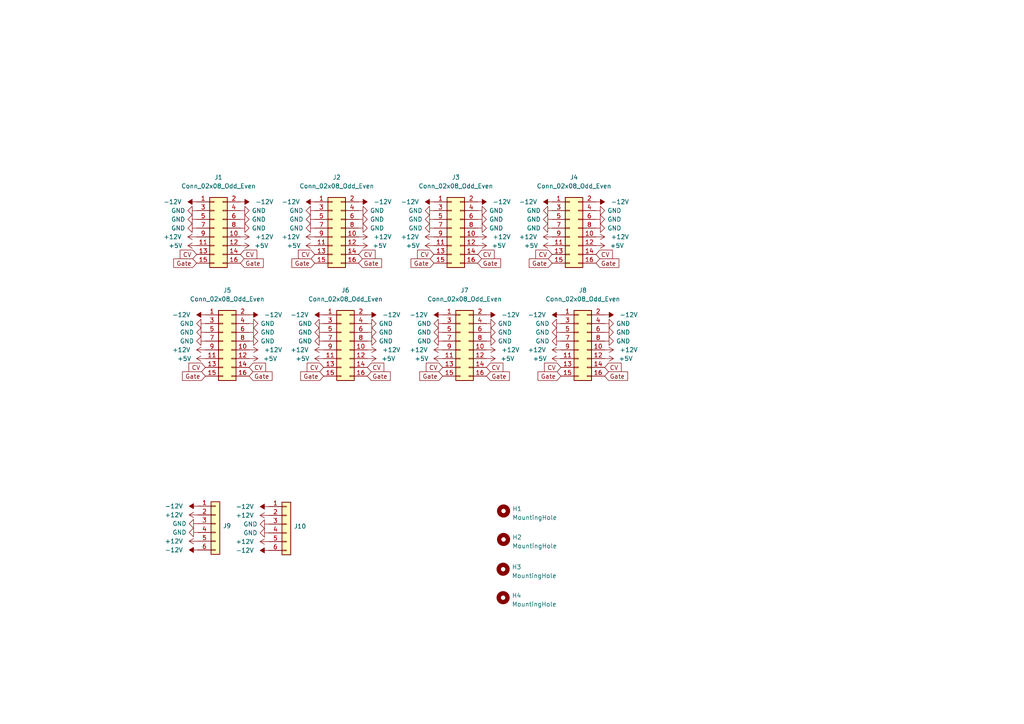
<source format=kicad_sch>
(kicad_sch (version 20230121) (generator eeschema)
  (paper "A4")
  (lib_symbols
    (symbol "Connector_Generic:Conn_01x06" (pin_names (offset 1.016) hide)
      (property "Reference" "J" (at 0 7.62 0))
      (property "Value" "Conn_01x06" (at 0 -10.16 0))
      (symbol "Conn_01x06_1_1"
        (rectangle (start -1.27 -7.493) (end 0 -7.747) (stroke (width 0.1524)))
        (rectangle (start -1.27 -4.953) (end 0 -5.207) (stroke (width 0.1524)))
        (rectangle (start -1.27 -2.413) (end 0 -2.667) (stroke (width 0.1524)))
        (rectangle (start -1.27 0.127) (end 0 -0.127) (stroke (width 0.1524)))
        (rectangle (start -1.27 2.667) (end 0 2.413) (stroke (width 0.1524)))
        (rectangle (start -1.27 5.207) (end 0 4.953) (stroke (width 0.1524)))
        (rectangle (start -1.27 6.35) (end 1.27 -8.89) (stroke (width 0.254)) (fill (type background)))
        (pin passive line (at -5.08 5.08 0) (length 3.81) (name "Pin_1") (number "1"))
        (pin passive line (at -5.08 2.54 0) (length 3.81) (name "Pin_2") (number "2"))
        (pin passive line (at -5.08 0 0) (length 3.81) (name "Pin_3") (number "3"))
        (pin passive line (at -5.08 -2.54 0) (length 3.81) (name "Pin_4") (number "4"))
        (pin passive line (at -5.08 -5.08 0) (length 3.81) (name "Pin_5") (number "5"))
        (pin passive line (at -5.08 -7.62 0) (length 3.81) (name "Pin_6") (number "6"))
      )
    )
    (symbol "Connector_Generic:Conn_02x08_Odd_Even" (pin_names (offset 1.016) hide)
      (property "Reference" "J" (at 1.27 10.16 0))
      (property "Value" "Conn_02x08_Odd_Even" (at 1.27 -12.7 0))
      (symbol "Conn_02x08_Odd_Even_1_1"
        (rectangle (start -1.27 -10.033) (end 0 -10.287) (stroke (width 0.1524)))
        (rectangle (start -1.27 -7.493) (end 0 -7.747) (stroke (width 0.1524)))
        (rectangle (start -1.27 -4.953) (end 0 -5.207) (stroke (width 0.1524)))
        (rectangle (start -1.27 -2.413) (end 0 -2.667) (stroke (width 0.1524)))
        (rectangle (start -1.27 0.127) (end 0 -0.127) (stroke (width 0.1524)))
        (rectangle (start -1.27 2.667) (end 0 2.413) (stroke (width 0.1524)))
        (rectangle (start -1.27 5.207) (end 0 4.953) (stroke (width 0.1524)))
        (rectangle (start -1.27 7.747) (end 0 7.493) (stroke (width 0.1524)))
        (rectangle (start -1.27 8.89) (end 3.81 -11.43) (stroke (width 0.254)) (fill (type background)))
        (rectangle (start 3.81 -10.033) (end 2.54 -10.287) (stroke (width 0.1524)))
        (rectangle (start 3.81 -7.493) (end 2.54 -7.747) (stroke (width 0.1524)))
        (rectangle (start 3.81 -4.953) (end 2.54 -5.207) (stroke (width 0.1524)))
        (rectangle (start 3.81 -2.413) (end 2.54 -2.667) (stroke (width 0.1524)))
        (rectangle (start 3.81 0.127) (end 2.54 -0.127) (stroke (width 0.1524)))
        (rectangle (start 3.81 2.667) (end 2.54 2.413) (stroke (width 0.1524)))
        (rectangle (start 3.81 5.207) (end 2.54 4.953) (stroke (width 0.1524)))
        (rectangle (start 3.81 7.747) (end 2.54 7.493) (stroke (width 0.1524)))
        (pin passive line (at -5.08 7.62 0) (length 3.81) (name "Pin_1") (number "1"))
        (pin passive line (at 7.62 -2.54 180) (length 3.81) (name "Pin_10") (number "10"))
        (pin passive line (at -5.08 -5.08 0) (length 3.81) (name "Pin_11") (number "11"))
        (pin passive line (at 7.62 -5.08 180) (length 3.81) (name "Pin_12") (number "12"))
        (pin passive line (at -5.08 -7.62 0) (length 3.81) (name "Pin_13") (number "13"))
        (pin passive line (at 7.62 -7.62 180) (length 3.81) (name "Pin_14") (number "14"))
        (pin passive line (at -5.08 -10.16 0) (length 3.81) (name "Pin_15") (number "15"))
        (pin passive line (at 7.62 -10.16 180) (length 3.81) (name "Pin_16") (number "16"))
        (pin passive line (at 7.62 7.62 180) (length 3.81) (name "Pin_2") (number "2"))
        (pin passive line (at -5.08 5.08 0) (length 3.81) (name "Pin_3") (number "3"))
        (pin passive line (at 7.62 5.08 180) (length 3.81) (name "Pin_4") (number "4"))
        (pin passive line (at -5.08 2.54 0) (length 3.81) (name "Pin_5") (number "5"))
        (pin passive line (at 7.62 2.54 180) (length 3.81) (name "Pin_6") (number "6"))
        (pin passive line (at -5.08 0 0) (length 3.81) (name "Pin_7") (number "7"))
        (pin passive line (at 7.62 0 180) (length 3.81) (name "Pin_8") (number "8"))
        (pin passive line (at -5.08 -2.54 0) (length 3.81) (name "Pin_9") (number "9"))
      )
    )
    (symbol "Mechanical:MountingHole" (pin_names (offset 1.016))
      (property "Reference" "H" (at 0 5.08 0))
      (property "Value" "MountingHole" (at 0 3.175 0))
      (symbol "MountingHole_0_1"
        (circle (center 0 0) (radius 1.27) (stroke (width 1.27)))
      )
    )
    (symbol "power:+12V" (power) (pin_names (offset 0))
      (property "Value" "+12V" (at 0 3.556 0))
      (symbol "+12V_0_1"
        (polyline (pts (xy -0.762 1.27) (xy 0 2.54)))
        (polyline (pts (xy 0 0) (xy 0 2.54)))
        (polyline (pts (xy 0 2.54) (xy 0.762 1.27)))
      )
      (symbol "+12V_1_1"
        (pin power_in line (at 0 0 90) (length 0) hide (name "+12V") (number "1"))
      )
    )
    (symbol "power:+5V" (power) (pin_names (offset 0))
      (property "Value" "+5V" (at 0 3.556 0))
      (symbol "+5V_0_1"
        (polyline (pts (xy -0.762 1.27) (xy 0 2.54)))
        (polyline (pts (xy 0 0) (xy 0 2.54)))
        (polyline (pts (xy 0 2.54) (xy 0.762 1.27)))
      )
      (symbol "+5V_1_1"
        (pin power_in line (at 0 0 90) (length 0) hide (name "+5V") (number "1"))
      )
    )
    (symbol "power:-12V" (power) (pin_names (offset 0))
      (property "Value" "-12V" (at 0 3.81 0))
      (symbol "-12V_0_0"
        (pin power_in line (at 0 0 90) (length 0) hide (name "-12V") (number "1"))
      )
      (symbol "-12V_0_1"
        (polyline (pts (xy 0 0) (xy 0 1.27) (xy 0.762 1.27) (xy 0 2.54) (xy -0.762 1.27) (xy 0 1.27)) (fill (type outline)))
      )
    )
    (symbol "power:GND" (power) (pin_names (offset 0))
      (property "Value" "GND" (at 0 -3.81 0))
      (symbol "GND_0_1"
        (polyline (pts (xy 0 0) (xy 0 -1.27) (xy 1.27 -1.27) (xy 0 -2.54) (xy -1.27 -1.27) (xy 0 -1.27)))
      )
      (symbol "GND_1_1"
        (pin power_in line (at 0 0 270) (length 0) hide (name "GND") (number "1"))
      )
    )
  )
  (global_label "Gate" (shape input) (at 57.023 76.327 180) (property "Intersheetrefs" "${INTERSHEET_REFS}" (effects hide)))
  (global_label "CV" (shape input) (at 69.723 73.787 0) (property "Intersheetrefs" "${INTERSHEET_REFS}" (effects hide)))
  (global_label "CV" (shape input) (at 59.563 106.553 180) (property "Intersheetrefs" "${INTERSHEET_REFS}" (effects hide)))
  (global_label "CV" (shape input) (at 93.853 106.553 180) (property "Intersheetrefs" "${INTERSHEET_REFS}" (effects hide)))
  (global_label "CV" (shape input) (at 172.847 73.787 0) (property "Intersheetrefs" "${INTERSHEET_REFS}" (effects hide)))
  (global_label "Gate" (shape input) (at 172.847 76.327 0) (property "Intersheetrefs" "${INTERSHEET_REFS}" (effects hide)))
  (global_label "CV" (shape input) (at 162.687 106.553 180) (property "Intersheetrefs" "${INTERSHEET_REFS}" (effects hide)))
  (global_label "Gate" (shape input) (at 125.857 76.327 180) (property "Intersheetrefs" "${INTERSHEET_REFS}" (effects hide)))
  (global_label "Gate" (shape input) (at 175.387 109.093 0) (property "Intersheetrefs" "${INTERSHEET_REFS}" (effects hide)))
  (global_label "Gate" (shape input) (at 106.553 109.093 0) (property "Intersheetrefs" "${INTERSHEET_REFS}" (effects hide)))
  (global_label "Gate" (shape input) (at 104.013 76.327 0) (property "Intersheetrefs" "${INTERSHEET_REFS}" (effects hide)))
  (global_label "Gate" (shape input) (at 91.313 76.327 180) (property "Intersheetrefs" "${INTERSHEET_REFS}" (effects hide)))
  (global_label "Gate" (shape input) (at 128.397 109.093 180) (property "Intersheetrefs" "${INTERSHEET_REFS}" (effects hide)))
  (global_label "CV" (shape input) (at 57.023 73.787 180) (property "Intersheetrefs" "${INTERSHEET_REFS}" (effects hide)))
  (global_label "Gate" (shape input) (at 138.557 76.327 0) (property "Intersheetrefs" "${INTERSHEET_REFS}" (effects hide)))
  (global_label "Gate" (shape input) (at 141.097 109.093 0) (property "Intersheetrefs" "${INTERSHEET_REFS}" (effects hide)))
  (global_label "CV" (shape input) (at 175.387 106.553 0) (property "Intersheetrefs" "${INTERSHEET_REFS}" (effects hide)))
  (global_label "CV" (shape input) (at 141.097 106.553 0) (property "Intersheetrefs" "${INTERSHEET_REFS}" (effects hide)))
  (global_label "Gate" (shape input) (at 93.853 109.093 180) (property "Intersheetrefs" "${INTERSHEET_REFS}" (effects hide)))
  (global_label "CV" (shape input) (at 72.263 106.553 0) (property "Intersheetrefs" "${INTERSHEET_REFS}" (effects hide)))
  (global_label "CV" (shape input) (at 104.013 73.787 0) (property "Intersheetrefs" "${INTERSHEET_REFS}" (effects hide)))
  (global_label "Gate" (shape input) (at 162.687 109.093 180) (property "Intersheetrefs" "${INTERSHEET_REFS}" (effects hide)))
  (global_label "Gate" (shape input) (at 72.263 109.093 0) (property "Intersheetrefs" "${INTERSHEET_REFS}" (effects hide)))
  (global_label "CV" (shape input) (at 138.557 73.787 0) (property "Intersheetrefs" "${INTERSHEET_REFS}" (effects hide)))
  (global_label "CV" (shape input) (at 106.553 106.553 0) (property "Intersheetrefs" "${INTERSHEET_REFS}" (effects hide)))
  (global_label "CV" (shape input) (at 128.397 106.553 180) (property "Intersheetrefs" "${INTERSHEET_REFS}" (effects hide)))
  (global_label "Gate" (shape input) (at 59.563 109.093 180) (property "Intersheetrefs" "${INTERSHEET_REFS}" (effects hide)))
  (global_label "Gate" (shape input) (at 160.147 76.327 180) (property "Intersheetrefs" "${INTERSHEET_REFS}" (effects hide)))
  (global_label "Gate" (shape input) (at 69.723 76.327 0) (property "Intersheetrefs" "${INTERSHEET_REFS}" (effects hide)))
  (global_label "CV" (shape input) (at 91.313 73.787 180) (property "Intersheetrefs" "${INTERSHEET_REFS}" (effects hide)))
  (global_label "CV" (shape input) (at 160.147 73.787 180) (property "Intersheetrefs" "${INTERSHEET_REFS}" (effects hide)))
  (global_label "CV" (shape input) (at 125.857 73.787 180) (property "Intersheetrefs" "${INTERSHEET_REFS}" (effects hide)))
  (symbol (lib_id "power:GND") (at 172.847 66.167 90) (mirror x) (unit 1)
    (property "Reference" "#PWR032" (effects hide))
    (property "Value" "GND" (at 176.149 66.1669 90) (effects (justify right)))
  )
  (symbol (lib_id "power:-12V") (at 91.313 58.547 90) (unit 1)
    (property "Reference" "#PWR03" (effects hide))
    (property "Value" "-12V" (at 86.995 58.5469 90) (effects (justify left)))
  )
  (symbol (lib_id "power:+5V") (at 141.097 104.013 270) (mirror x) (unit 1)
    (property "Reference" "#PWR094" (effects hide))
    (property "Value" "+5V" (at 145.161 104.0129 90) (effects (justify left)))
  )
  (symbol (lib_id "power:GND") (at 125.857 66.167 270) (unit 1)
    (property "Reference" "#PWR029" (effects hide))
    (property "Value" "GND" (at 122.555 66.1669 90) (effects (justify right)))
  )
  (symbol (lib_id "power:-12V") (at 106.553 91.313 270) (mirror x) (unit 1)
    (property "Reference" "#PWR052" (effects hide))
    (property "Value" "-12V" (at 110.871 91.3129 90) (effects (justify left)))
  )
  (symbol (lib_id "power:+5V") (at 175.387 104.013 270) (mirror x) (unit 1)
    (property "Reference" "#PWR096" (effects hide))
    (property "Value" "+5V" (at 179.451 104.0129 90) (effects (justify left)))
  )
  (symbol (lib_id "power:GND") (at 138.557 61.087 90) (mirror x) (unit 1)
    (property "Reference" "#PWR014" (effects hide))
    (property "Value" "GND" (at 141.859 61.0869 90) (effects (justify right)))
  )
  (symbol (lib_id "power:+12V") (at 91.313 68.707 90) (unit 1)
    (property "Reference" "#PWR035" (effects hide))
    (property "Value" "+12V" (at 86.995 68.7069 90) (effects (justify left)))
  )
  (symbol (lib_id "power:GND") (at 91.313 61.087 270) (unit 1)
    (property "Reference" "#PWR011" (effects hide))
    (property "Value" "GND" (at 88.011 61.0869 90) (effects (justify right)))
  )
  (symbol (lib_id "power:+5V") (at 106.553 104.013 270) (mirror x) (unit 1)
    (property "Reference" "#PWR092" (effects hide))
    (property "Value" "+5V" (at 110.617 104.0129 90) (effects (justify left)))
  )
  (symbol (lib_id "power:+5V") (at 104.013 71.247 270) (mirror x) (unit 1)
    (property "Reference" "#PWR044" (effects hide))
    (property "Value" "+5V" (at 108.077 71.2469 90) (effects (justify left)))
  )
  (symbol (lib_id "power:-12V") (at 141.097 91.313 270) (mirror x) (unit 1)
    (property "Reference" "#PWR054" (effects hide))
    (property "Value" "-12V" (at 145.415 91.3129 90) (effects (justify left)))
  )
  (symbol (lib_id "Connector_Generic:Conn_02x08_Odd_Even") (at 96.393 66.167 0) (unit 1)
    (property "Reference" "J2" (at 97.663 51.435 0))
    (property "Value" "Conn_02x08_Odd_Even" (at 97.663 53.975 0))
    (property "Footprint" "Pale Slim Ghost:PinHeader_2x08_P2.54mm_Edge" (effects hide))
  )
  (symbol (lib_id "power:GND") (at 172.847 63.627 90) (mirror x) (unit 1)
    (property "Reference" "#PWR024" (effects hide))
    (property "Value" "GND" (at 176.149 63.6269 90) (effects (justify right)))
  )
  (symbol (lib_id "power:+12V") (at 160.147 68.707 90) (unit 1)
    (property "Reference" "#PWR039" (effects hide))
    (property "Value" "+12V" (at 155.829 68.7069 90) (effects (justify left)))
  )
  (symbol (lib_id "Connector_Generic:Conn_02x08_Odd_Even") (at 165.227 66.167 0) (unit 1)
    (property "Reference" "J4" (at 166.497 51.435 0))
    (property "Value" "Conn_02x08_Odd_Even" (at 166.497 53.975 0))
    (property "Footprint" "Pale Slim Ghost:PinHeader_2x08_P2.54mm_Edge" (effects hide))
  )
  (symbol (lib_id "power:+12V") (at 59.563 101.473 90) (unit 1)
    (property "Reference" "#PWR081" (effects hide))
    (property "Value" "+12V" (at 55.245 101.4729 90) (effects (justify left)))
  )
  (symbol (lib_id "power:+5V") (at 162.687 104.013 90) (unit 1)
    (property "Reference" "#PWR095" (effects hide))
    (property "Value" "+5V" (at 158.623 104.0129 90) (effects (justify left)))
  )
  (symbol (lib_id "power:GND") (at 162.687 96.393 270) (unit 1)
    (property "Reference" "#PWR071" (effects hide))
    (property "Value" "GND" (at 159.385 96.3929 90) (effects (justify right)))
  )
  (symbol (lib_id "power:GND") (at 141.097 98.933 90) (mirror x) (unit 1)
    (property "Reference" "#PWR078" (effects hide))
    (property "Value" "GND" (at 144.399 98.9329 90) (effects (justify right)))
  )
  (symbol (lib_id "power:GND") (at 162.687 98.933 270) (unit 1)
    (property "Reference" "#PWR079" (effects hide))
    (property "Value" "GND" (at 159.385 98.9329 90) (effects (justify right)))
  )
  (symbol (lib_id "power:GND") (at 160.147 63.627 270) (unit 1)
    (property "Reference" "#PWR023" (effects hide))
    (property "Value" "GND" (at 156.845 63.6269 90) (effects (justify right)))
  )
  (symbol (lib_id "Connector_Generic:Conn_02x08_Odd_Even") (at 98.933 98.933 0) (unit 1)
    (property "Reference" "J6" (at 100.203 84.201 0))
    (property "Value" "Conn_02x08_Odd_Even" (at 100.203 86.741 0))
    (property "Footprint" "Pale Slim Ghost:PinHeader_2x08_P2.54mm_Edge" (effects hide))
  )
  (symbol (lib_id "power:+12V") (at 128.397 101.473 90) (unit 1)
    (property "Reference" "#PWR085" (effects hide))
    (property "Value" "+12V" (at 124.079 101.4729 90) (effects (justify left)))
  )
  (symbol (lib_id "power:GND") (at 125.857 61.087 270) (unit 1)
    (property "Reference" "#PWR013" (effects hide))
    (property "Value" "GND" (at 122.555 61.0869 90) (effects (justify right)))
  )
  (symbol (lib_id "power:+12V") (at 57.404 149.352 90) (unit 1)
    (property "Reference" "#PWR099" (effects hide))
    (property "Value" "+12V" (at 53.086 149.3519 90) (effects (justify left)))
  )
  (symbol (lib_id "power:+5V") (at 91.313 71.247 90) (unit 1)
    (property "Reference" "#PWR043" (effects hide))
    (property "Value" "+5V" (at 87.249 71.2469 90) (effects (justify left)))
  )
  (symbol (lib_id "power:-12V") (at 77.978 159.639 90) (mirror x) (unit 1)
    (property "Reference" "#PWR0108" (effects hide))
    (property "Value" "-12V" (at 73.66 159.6391 90) (effects (justify left)))
  )
  (symbol (lib_id "power:GND") (at 141.097 96.393 90) (mirror x) (unit 1)
    (property "Reference" "#PWR070" (effects hide))
    (property "Value" "GND" (at 144.399 96.3929 90) (effects (justify right)))
  )
  (symbol (lib_id "power:GND") (at 69.723 61.087 90) (mirror x) (unit 1)
    (property "Reference" "#PWR010" (effects hide))
    (property "Value" "GND" (at 73.025 61.0869 90) (effects (justify right)))
  )
  (symbol (lib_id "power:GND") (at 138.557 63.627 90) (mirror x) (unit 1)
    (property "Reference" "#PWR022" (effects hide))
    (property "Value" "GND" (at 141.859 63.6269 90) (effects (justify right)))
  )
  (symbol (lib_id "power:+12V") (at 125.857 68.707 90) (unit 1)
    (property "Reference" "#PWR037" (effects hide))
    (property "Value" "+12V" (at 121.539 68.7069 90) (effects (justify left)))
  )
  (symbol (lib_id "Connector_Generic:Conn_02x08_Odd_Even") (at 133.477 98.933 0) (unit 1)
    (property "Reference" "J7" (at 134.747 84.201 0))
    (property "Value" "Conn_02x08_Odd_Even" (at 134.747 86.741 0))
    (property "Footprint" "Pale Slim Ghost:PinHeader_2x08_P2.54mm_Edge" (effects hide))
  )
  (symbol (lib_id "power:GND") (at 175.387 93.853 90) (mirror x) (unit 1)
    (property "Reference" "#PWR064" (effects hide))
    (property "Value" "GND" (at 178.689 93.8529 90) (effects (justify right)))
  )
  (symbol (lib_id "power:GND") (at 57.023 63.627 270) (unit 1)
    (property "Reference" "#PWR017" (effects hide))
    (property "Value" "GND" (at 53.721 63.6269 90) (effects (justify right)))
  )
  (symbol (lib_id "power:+12V") (at 172.847 68.707 270) (mirror x) (unit 1)
    (property "Reference" "#PWR040" (effects hide))
    (property "Value" "+12V" (at 177.165 68.7069 90) (effects (justify left)))
  )
  (symbol (lib_id "power:+12V") (at 175.387 101.473 270) (mirror x) (unit 1)
    (property "Reference" "#PWR088" (effects hide))
    (property "Value" "+12V" (at 179.705 101.4729 90) (effects (justify left)))
  )
  (symbol (lib_id "power:GND") (at 59.563 98.933 270) (unit 1)
    (property "Reference" "#PWR073" (effects hide))
    (property "Value" "GND" (at 56.261 98.9329 90) (effects (justify right)))
  )
  (symbol (lib_id "power:GND") (at 106.553 96.393 90) (mirror x) (unit 1)
    (property "Reference" "#PWR068" (effects hide))
    (property "Value" "GND" (at 109.855 96.3929 90) (effects (justify right)))
  )
  (symbol (lib_id "power:+5V") (at 138.557 71.247 270) (mirror x) (unit 1)
    (property "Reference" "#PWR046" (effects hide))
    (property "Value" "+5V" (at 142.621 71.2469 90) (effects (justify left)))
  )
  (symbol (lib_id "Mechanical:MountingHole") (at 146.05 148.209 0) (unit 1)
    (property "Reference" "H1" (at 148.59 147.574 0) (effects (justify left)))
    (property "Value" "MountingHole" (at 148.59 150.114 0) (effects (justify left)))
    (property "Footprint" "MountingHole:MountingHole_3.2mm_M3" (effects hide))
  )
  (symbol (lib_id "power:+12V") (at 106.553 101.473 270) (mirror x) (unit 1)
    (property "Reference" "#PWR084" (effects hide))
    (property "Value" "+12V" (at 110.871 101.4729 90) (effects (justify left)))
  )
  (symbol (lib_id "power:GND") (at 59.563 93.853 270) (unit 1)
    (property "Reference" "#PWR057" (effects hide))
    (property "Value" "GND" (at 56.261 93.8529 90) (effects (justify right)))
  )
  (symbol (lib_id "power:-12V") (at 72.263 91.313 270) (mirror x) (unit 1)
    (property "Reference" "#PWR050" (effects hide))
    (property "Value" "-12V" (at 76.581 91.3129 90) (effects (justify left)))
  )
  (symbol (lib_id "power:GND") (at 93.853 96.393 270) (unit 1)
    (property "Reference" "#PWR067" (effects hide))
    (property "Value" "GND" (at 90.551 96.3929 90) (effects (justify right)))
  )
  (symbol (lib_id "power:+12V") (at 57.023 68.707 90) (unit 1)
    (property "Reference" "#PWR033" (effects hide))
    (property "Value" "+12V" (at 52.705 68.7069 90) (effects (justify left)))
  )
  (symbol (lib_id "power:GND") (at 69.723 63.627 90) (mirror x) (unit 1)
    (property "Reference" "#PWR018" (effects hide))
    (property "Value" "GND" (at 73.025 63.6269 90) (effects (justify right)))
  )
  (symbol (lib_id "power:-12V") (at 172.847 58.547 270) (mirror x) (unit 1)
    (property "Reference" "#PWR08" (effects hide))
    (property "Value" "-12V" (at 177.165 58.5469 90) (effects (justify left)))
  )
  (symbol (lib_id "power:GND") (at 72.263 93.853 90) (mirror x) (unit 1)
    (property "Reference" "#PWR058" (effects hide))
    (property "Value" "GND" (at 75.565 93.8529 90) (effects (justify right)))
  )
  (symbol (lib_id "power:-12V") (at 125.857 58.547 90) (unit 1)
    (property "Reference" "#PWR05" (effects hide))
    (property "Value" "-12V" (at 121.539 58.5469 90) (effects (justify left)))
  )
  (symbol (lib_id "power:GND") (at 57.404 151.892 270) (unit 1)
    (property "Reference" "#PWR0101" (effects hide))
    (property "Value" "GND" (at 54.102 151.8919 90) (effects (justify right)))
  )
  (symbol (lib_id "Connector_Generic:Conn_01x06") (at 62.484 151.892 0) (unit 1)
    (property "Reference" "J9" (at 64.643 152.527 0) (effects (justify left)))
    (property "Value" "Conn_01x06" (effects hide))
    (property "Footprint" "Pale Slim Ghost:Molex_KK-254_AE-6410-06A_1x06_P2.54mm_Horizontal" (effects hide))
  )
  (symbol (lib_id "Mechanical:MountingHole") (at 145.923 165.1 0) (unit 1)
    (property "Reference" "H3" (at 148.463 164.465 0) (effects (justify left)))
    (property "Value" "MountingHole" (at 148.463 167.005 0) (effects (justify left)))
    (property "Footprint" "MountingHole:MountingHole_3.2mm_M3" (effects hide))
  )
  (symbol (lib_id "power:GND") (at 91.313 63.627 270) (unit 1)
    (property "Reference" "#PWR019" (effects hide))
    (property "Value" "GND" (at 88.011 63.6269 90) (effects (justify right)))
  )
  (symbol (lib_id "power:GND") (at 57.404 154.432 270) (mirror x) (unit 1)
    (property "Reference" "#PWR0103" (effects hide))
    (property "Value" "GND" (at 54.102 154.4321 90) (effects (justify right)))
  )
  (symbol (lib_id "power:+5V") (at 93.853 104.013 90) (unit 1)
    (property "Reference" "#PWR091" (effects hide))
    (property "Value" "+5V" (at 89.789 104.0129 90) (effects (justify left)))
  )
  (symbol (lib_id "power:GND") (at 77.978 154.559 270) (mirror x) (unit 1)
    (property "Reference" "#PWR0104" (effects hide))
    (property "Value" "GND" (at 74.676 154.5591 90) (effects (justify right)))
  )
  (symbol (lib_id "Connector_Generic:Conn_02x08_Odd_Even") (at 64.643 98.933 0) (unit 1)
    (property "Reference" "J5" (at 65.913 84.201 0))
    (property "Value" "Conn_02x08_Odd_Even" (at 65.913 86.741 0))
    (property "Footprint" "Pale Slim Ghost:PinHeader_2x08_P2.54mm_Edge" (effects hide))
  )
  (symbol (lib_id "power:GND") (at 106.553 98.933 90) (mirror x) (unit 1)
    (property "Reference" "#PWR076" (effects hide))
    (property "Value" "GND" (at 109.855 98.9329 90) (effects (justify right)))
  )
  (symbol (lib_id "power:+12V") (at 93.853 101.473 90) (unit 1)
    (property "Reference" "#PWR083" (effects hide))
    (property "Value" "+12V" (at 89.535 101.4729 90) (effects (justify left)))
  )
  (symbol (lib_id "power:-12V") (at 138.557 58.547 270) (mirror x) (unit 1)
    (property "Reference" "#PWR06" (effects hide))
    (property "Value" "-12V" (at 142.875 58.5469 90) (effects (justify left)))
  )
  (symbol (lib_id "power:GND") (at 104.013 66.167 90) (mirror x) (unit 1)
    (property "Reference" "#PWR028" (effects hide))
    (property "Value" "GND" (at 107.315 66.1669 90) (effects (justify right)))
  )
  (symbol (lib_id "power:GND") (at 91.313 66.167 270) (unit 1)
    (property "Reference" "#PWR027" (effects hide))
    (property "Value" "GND" (at 88.011 66.1669 90) (effects (justify right)))
  )
  (symbol (lib_id "power:+5V") (at 128.397 104.013 90) (unit 1)
    (property "Reference" "#PWR093" (effects hide))
    (property "Value" "+5V" (at 124.333 104.0129 90) (effects (justify left)))
  )
  (symbol (lib_id "power:+5V") (at 72.263 104.013 270) (mirror x) (unit 1)
    (property "Reference" "#PWR090" (effects hide))
    (property "Value" "+5V" (at 76.327 104.0129 90) (effects (justify left)))
  )
  (symbol (lib_id "power:GND") (at 162.687 93.853 270) (unit 1)
    (property "Reference" "#PWR063" (effects hide))
    (property "Value" "GND" (at 159.385 93.8529 90) (effects (justify right)))
  )
  (symbol (lib_id "power:GND") (at 93.853 98.933 270) (unit 1)
    (property "Reference" "#PWR075" (effects hide))
    (property "Value" "GND" (at 90.551 98.9329 90) (effects (justify right)))
  )
  (symbol (lib_id "power:GND") (at 104.013 61.087 90) (mirror x) (unit 1)
    (property "Reference" "#PWR012" (effects hide))
    (property "Value" "GND" (at 107.315 61.0869 90) (effects (justify right)))
  )
  (symbol (lib_id "power:+12V") (at 141.097 101.473 270) (mirror x) (unit 1)
    (property "Reference" "#PWR086" (effects hide))
    (property "Value" "+12V" (at 145.415 101.4729 90) (effects (justify left)))
  )
  (symbol (lib_id "power:GND") (at 175.387 98.933 90) (mirror x) (unit 1)
    (property "Reference" "#PWR080" (effects hide))
    (property "Value" "GND" (at 178.689 98.9329 90) (effects (justify right)))
  )
  (symbol (lib_id "Mechanical:MountingHole") (at 145.923 173.355 0) (unit 1)
    (property "Reference" "H4" (at 148.463 172.72 0) (effects (justify left)))
    (property "Value" "MountingHole" (at 148.463 175.26 0) (effects (justify left)))
    (property "Footprint" "MountingHole:MountingHole_3.2mm_M3" (effects hide))
  )
  (symbol (lib_id "power:-12V") (at 69.723 58.547 270) (mirror x) (unit 1)
    (property "Reference" "#PWR02" (effects hide))
    (property "Value" "-12V" (at 74.041 58.5469 90) (effects (justify left)))
  )
  (symbol (lib_id "power:GND") (at 160.147 61.087 270) (unit 1)
    (property "Reference" "#PWR015" (effects hide))
    (property "Value" "GND" (at 156.845 61.0869 90) (effects (justify right)))
  )
  (symbol (lib_id "power:GND") (at 138.557 66.167 90) (mirror x) (unit 1)
    (property "Reference" "#PWR030" (effects hide))
    (property "Value" "GND" (at 141.859 66.1669 90) (effects (justify right)))
  )
  (symbol (lib_id "Connector_Generic:Conn_02x08_Odd_Even") (at 62.103 66.167 0) (unit 1)
    (property "Reference" "J1" (at 63.373 51.435 0))
    (property "Value" "Conn_02x08_Odd_Even" (at 63.373 53.975 0))
    (property "Footprint" "Pale Slim Ghost:PinHeader_2x08_P2.54mm_Edge" (effects hide))
  )
  (symbol (lib_id "power:-12V") (at 160.147 58.547 90) (unit 1)
    (property "Reference" "#PWR07" (effects hide))
    (property "Value" "-12V" (at 155.829 58.5469 90) (effects (justify left)))
  )
  (symbol (lib_id "power:+5V") (at 125.857 71.247 90) (unit 1)
    (property "Reference" "#PWR045" (effects hide))
    (property "Value" "+5V" (at 121.793 71.2469 90) (effects (justify left)))
  )
  (symbol (lib_id "power:+5V") (at 160.147 71.247 90) (unit 1)
    (property "Reference" "#PWR047" (effects hide))
    (property "Value" "+5V" (at 156.083 71.2469 90) (effects (justify left)))
  )
  (symbol (lib_id "power:GND") (at 175.387 96.393 90) (mirror x) (unit 1)
    (property "Reference" "#PWR072" (effects hide))
    (property "Value" "GND" (at 178.689 96.3929 90) (effects (justify right)))
  )
  (symbol (lib_id "power:-12V") (at 77.978 146.939 90) (unit 1)
    (property "Reference" "#PWR098" (effects hide))
    (property "Value" "-12V" (at 73.66 146.9389 90) (effects (justify left)))
  )
  (symbol (lib_id "power:GND") (at 172.847 61.087 90) (mirror x) (unit 1)
    (property "Reference" "#PWR016" (effects hide))
    (property "Value" "GND" (at 176.149 61.0869 90) (effects (justify right)))
  )
  (symbol (lib_id "power:GND") (at 77.978 152.019 270) (unit 1)
    (property "Reference" "#PWR0102" (effects hide))
    (property "Value" "GND" (at 74.676 152.0189 90) (effects (justify right)))
  )
  (symbol (lib_id "power:-12V") (at 104.013 58.547 270) (mirror x) (unit 1)
    (property "Reference" "#PWR04" (effects hide))
    (property "Value" "-12V" (at 108.331 58.5469 90) (effects (justify left)))
  )
  (symbol (lib_id "power:GND") (at 160.147 66.167 270) (unit 1)
    (property "Reference" "#PWR031" (effects hide))
    (property "Value" "GND" (at 156.845 66.1669 90) (effects (justify right)))
  )
  (symbol (lib_id "power:+12V") (at 57.404 156.972 90) (mirror x) (unit 1)
    (property "Reference" "#PWR0105" (effects hide))
    (property "Value" "+12V" (at 53.086 156.9721 90) (effects (justify left)))
  )
  (symbol (lib_id "power:GND") (at 57.023 66.167 270) (unit 1)
    (property "Reference" "#PWR025" (effects hide))
    (property "Value" "GND" (at 53.721 66.1669 90) (effects (justify right)))
  )
  (symbol (lib_id "power:+12V") (at 72.263 101.473 270) (mirror x) (unit 1)
    (property "Reference" "#PWR082" (effects hide))
    (property "Value" "+12V" (at 76.581 101.4729 90) (effects (justify left)))
  )
  (symbol (lib_id "power:GND") (at 106.553 93.853 90) (mirror x) (unit 1)
    (property "Reference" "#PWR060" (effects hide))
    (property "Value" "GND" (at 109.855 93.8529 90) (effects (justify right)))
  )
  (symbol (lib_id "power:GND") (at 128.397 93.853 270) (unit 1)
    (property "Reference" "#PWR061" (effects hide))
    (property "Value" "GND" (at 125.095 93.8529 90) (effects (justify right)))
  )
  (symbol (lib_id "power:+5V") (at 69.723 71.247 270) (mirror x) (unit 1)
    (property "Reference" "#PWR042" (effects hide))
    (property "Value" "+5V" (at 73.787 71.2469 90) (effects (justify left)))
  )
  (symbol (lib_id "power:GND") (at 72.263 96.393 90) (mirror x) (unit 1)
    (property "Reference" "#PWR066" (effects hide))
    (property "Value" "GND" (at 75.565 96.3929 90) (effects (justify right)))
  )
  (symbol (lib_id "power:GND") (at 93.853 93.853 270) (unit 1)
    (property "Reference" "#PWR059" (effects hide))
    (property "Value" "GND" (at 90.551 93.8529 90) (effects (justify right)))
  )
  (symbol (lib_id "power:+5V") (at 57.023 71.247 90) (unit 1)
    (property "Reference" "#PWR041" (effects hide))
    (property "Value" "+5V" (at 52.959 71.2469 90) (effects (justify left)))
  )
  (symbol (lib_id "power:+12V") (at 104.013 68.707 270) (mirror x) (unit 1)
    (property "Reference" "#PWR036" (effects hide))
    (property "Value" "+12V" (at 108.331 68.7069 90) (effects (justify left)))
  )
  (symbol (lib_id "power:-12V") (at 59.563 91.313 90) (unit 1)
    (property "Reference" "#PWR049" (effects hide))
    (property "Value" "-12V" (at 55.245 91.3129 90) (effects (justify left)))
  )
  (symbol (lib_id "Connector_Generic:Conn_01x06") (at 83.058 152.019 0) (unit 1)
    (property "Reference" "J10" (at 85.217 152.654 0) (effects (justify left)))
    (property "Value" "Conn_01x06" (effects hide))
    (property "Footprint" "Pale Slim Ghost:Molex_KK-254_AE-6410-06A_1x06_P2.54mm_Horizontal" (effects hide))
  )
  (symbol (lib_id "power:+12V") (at 138.557 68.707 270) (mirror x) (unit 1)
    (property "Reference" "#PWR038" (effects hide))
    (property "Value" "+12V" (at 142.875 68.7069 90) (effects (justify left)))
  )
  (symbol (lib_id "power:GND") (at 72.263 98.933 90) (mirror x) (unit 1)
    (property "Reference" "#PWR074" (effects hide))
    (property "Value" "GND" (at 75.565 98.9329 90) (effects (justify right)))
  )
  (symbol (lib_id "power:+12V") (at 77.978 149.479 90) (unit 1)
    (property "Reference" "#PWR0100" (effects hide))
    (property "Value" "+12V" (at 73.66 149.4789 90) (effects (justify left)))
  )
  (symbol (lib_id "power:+12V") (at 69.723 68.707 270) (mirror x) (unit 1)
    (property "Reference" "#PWR034" (effects hide))
    (property "Value" "+12V" (at 74.041 68.7069 90) (effects (justify left)))
  )
  (symbol (lib_id "power:-12V") (at 57.404 146.812 90) (unit 1)
    (property "Reference" "#PWR097" (effects hide))
    (property "Value" "-12V" (at 53.086 146.8119 90) (effects (justify left)))
  )
  (symbol (lib_id "power:GND") (at 104.013 63.627 90) (mirror x) (unit 1)
    (property "Reference" "#PWR020" (effects hide))
    (property "Value" "GND" (at 107.315 63.6269 90) (effects (justify right)))
  )
  (symbol (lib_id "power:-12V") (at 57.023 58.547 90) (unit 1)
    (property "Reference" "#PWR01" (effects hide))
    (property "Value" "-12V" (at 52.705 58.5469 90) (effects (justify left)))
  )
  (symbol (lib_id "Connector_Generic:Conn_02x08_Odd_Even") (at 130.937 66.167 0) (unit 1)
    (property "Reference" "J3" (at 132.207 51.435 0))
    (property "Value" "Conn_02x08_Odd_Even" (at 132.207 53.975 0))
    (property "Footprint" "Pale Slim Ghost:PinHeader_2x08_P2.54mm_Edge" (effects hide))
  )
  (symbol (lib_id "power:-12V") (at 57.404 159.512 90) (mirror x) (unit 1)
    (property "Reference" "#PWR0107" (effects hide))
    (property "Value" "-12V" (at 53.086 159.5121 90) (effects (justify left)))
  )
  (symbol (lib_id "power:-12V") (at 128.397 91.313 90) (unit 1)
    (property "Reference" "#PWR053" (effects hide))
    (property "Value" "-12V" (at 124.079 91.3129 90) (effects (justify left)))
  )
  (symbol (lib_id "power:-12V") (at 162.687 91.313 90) (unit 1)
    (property "Reference" "#PWR055" (effects hide))
    (property "Value" "-12V" (at 158.369 91.3129 90) (effects (justify left)))
  )
  (symbol (lib_id "Mechanical:MountingHole") (at 146.05 156.464 0) (unit 1)
    (property "Reference" "H2" (at 148.59 155.829 0) (effects (justify left)))
    (property "Value" "MountingHole" (at 148.59 158.369 0) (effects (justify left)))
    (property "Footprint" "MountingHole:MountingHole_3.2mm_M3" (effects hide))
  )
  (symbol (lib_id "power:GND") (at 57.023 61.087 270) (unit 1)
    (property "Reference" "#PWR09" (effects hide))
    (property "Value" "GND" (at 53.721 61.0869 90) (effects (justify right)))
  )
  (symbol (lib_id "power:GND") (at 128.397 96.393 270) (unit 1)
    (property "Reference" "#PWR069" (effects hide))
    (property "Value" "GND" (at 125.095 96.3929 90) (effects (justify right)))
  )
  (symbol (lib_id "power:GND") (at 59.563 96.393 270) (unit 1)
    (property "Reference" "#PWR065" (effects hide))
    (property "Value" "GND" (at 56.261 96.3929 90) (effects (justify right)))
  )
  (symbol (lib_id "power:+5V") (at 59.563 104.013 90) (unit 1)
    (property "Reference" "#PWR089" (effects hide))
    (property "Value" "+5V" (at 55.499 104.0129 90) (effects (justify left)))
  )
  (symbol (lib_id "power:-12V") (at 175.387 91.313 270) (mirror x) (unit 1)
    (property "Reference" "#PWR056" (effects hide))
    (property "Value" "-12V" (at 179.705 91.3129 90) (effects (justify left)))
  )
  (symbol (lib_id "Connector_Generic:Conn_02x08_Odd_Even") (at 167.767 98.933 0) (unit 1)
    (property "Reference" "J8" (at 169.037 84.201 0))
    (property "Value" "Conn_02x08_Odd_Even" (at 169.037 86.741 0))
    (property "Footprint" "Pale Slim Ghost:PinHeader_2x08_P2.54mm_Edge" (effects hide))
  )
  (symbol (lib_id "power:+12V") (at 162.687 101.473 90) (unit 1)
    (property "Reference" "#PWR087" (effects hide))
    (property "Value" "+12V" (at 158.369 101.4729 90) (effects (justify left)))
  )
  (symbol (lib_id "power:GND") (at 141.097 93.853 90) (mirror x) (unit 1)
    (property "Reference" "#PWR062" (effects hide))
    (property "Value" "GND" (at 144.399 93.8529 90) (effects (justify right)))
  )
  (symbol (lib_id "power:+12V") (at 77.978 157.099 90) (mirror x) (unit 1)
    (property "Reference" "#PWR0106" (effects hide))
    (property "Value" "+12V" (at 73.66 157.0991 90) (effects (justify left)))
  )
  (symbol (lib_id "power:-12V") (at 93.853 91.313 90) (unit 1)
    (property "Reference" "#PWR051" (effects hide))
    (property "Value" "-12V" (at 89.535 91.3129 90) (effects (justify left)))
  )
  (symbol (lib_id "power:GND") (at 125.857 63.627 270) (unit 1)
    (property "Reference" "#PWR021" (effects hide))
    (property "Value" "GND" (at 122.555 63.6269 90) (effects (justify right)))
  )
  (symbol (lib_id "power:GND") (at 128.397 98.933 270) (unit 1)
    (property "Reference" "#PWR077" (effects hide))
    (property "Value" "GND" (at 125.095 98.9329 90) (effects (justify right)))
  )
  (symbol (lib_id "power:GND") (at 69.723 66.167 90) (mirror x) (unit 1)
    (property "Reference" "#PWR026" (effects hide))
    (property "Value" "GND" (at 73.025 66.1669 90) (effects (justify right)))
  )
  (symbol (lib_id "power:+5V") (at 172.847 71.247 270) (mirror x) (unit 1)
    (property "Reference" "#PWR048" (effects hide))
    (property "Value" "+5V" (at 176.911 71.2469 90) (effects (justify left)))
  )
)
</source>
